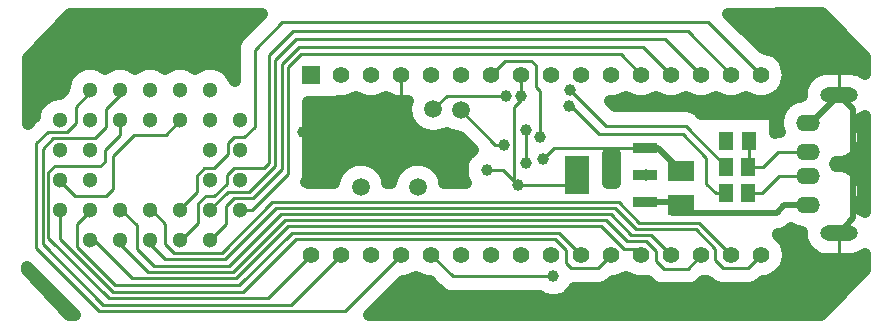
<source format=gbr>
G04 DipTrace 3.0.0.2*
G04 Bottom.gbr*
%MOIN*%
G04 #@! TF.FileFunction,Copper,L2,Bot*
G04 #@! TF.Part,Single*
G04 #@! TA.AperFunction,CopperBalancing*
%ADD13C,0.011024*%
G04 #@! TA.AperFunction,Conductor*
%ADD14C,0.019685*%
G04 #@! TA.AperFunction,CopperBalancing*
%ADD15C,0.03937*%
%ADD20R,0.088583X0.070866*%
G04 #@! TA.AperFunction,ComponentPad*
%ADD22O,0.07874X0.055118*%
%ADD23O,0.125984X0.051181*%
%ADD24C,0.059055*%
%ADD25R,0.051181X0.059055*%
G04 #@! TA.AperFunction,ComponentPad*
%ADD29C,0.051181*%
%ADD30R,0.059055X0.059055*%
%ADD31C,0.055118*%
%ADD33R,0.084646X0.037402*%
%ADD34R,0.084646X0.127953*%
G04 #@! TA.AperFunction,ComponentPad*
%ADD35C,0.059055*%
%FSLAX26Y26*%
G04*
G70*
G90*
G75*
G01*
G04 Bottom*
%LPD*%
X1944882Y895669D2*
D13*
X1998031D1*
X2047917Y845785D1*
X2061024Y1143701D2*
Y1129921D1*
X2037402Y1106299D1*
Y845785D1*
X2047917D1*
X2259843Y897638D2*
Y893701D1*
X2246063Y879921D1*
X2047917Y845785D2*
X2211927D1*
X2246063Y879921D1*
X2061024Y1143701D2*
Y1211811D1*
X2060236Y1212598D1*
X3015748Y1053150D2*
D14*
X3025591D1*
X3118110Y1145669D1*
X3120079D1*
X3167323Y1098425D1*
Y734252D1*
X3118110Y685039D1*
X2474409Y970472D2*
X2515748D1*
X2594488Y891732D1*
X2474409Y970472D2*
D13*
X2169291D1*
X2131825Y933007D1*
X524016Y862598D2*
Y857874D1*
X572835Y809055D1*
X675197D1*
X698819Y832677D1*
Y942913D1*
X769685Y1013780D1*
X875197D1*
X924016Y1062598D1*
X1332677Y1021654D2*
Y1015748D1*
X1442913Y905512D1*
X2594488Y891732D2*
D14*
D3*
X3015748Y875984D2*
D13*
X2919291D1*
X2862205Y818898D1*
X2816929D1*
X3015748Y954724D2*
X2915354D1*
X2866142Y905512D1*
X2816929D1*
X2818898Y992126D2*
Y905512D1*
X2816929D1*
X2224383Y1161444D2*
X2344488Y1041339D1*
X2608268D1*
X2740157Y909449D1*
X2738189D1*
X2742126Y905512D1*
X2220472Y1110236D2*
Y1116142D1*
X2320866Y1015748D1*
X2598425D1*
X2677165Y937008D1*
Y850394D1*
X2708661Y818898D1*
X2742126D1*
X3015748Y777559D2*
D14*
X2937008D1*
X2911417Y751969D1*
X2562992D1*
Y755906D1*
X2586614D1*
X2555118Y787402D1*
X2474409D1*
Y789370D1*
X2594488Y777559D2*
Y755906D1*
X2586614D1*
X2744094Y992126D2*
D13*
X2738189D1*
Y990157D1*
X2476378Y879921D2*
X2474409D1*
X2124016Y1005400D2*
Y1157480D1*
X2108268Y1173228D1*
Y1244094D1*
X2094488Y1257874D1*
X2005512D1*
X1960236Y1212598D1*
X1124016Y762598D2*
X1164173D1*
X1283465Y881890D1*
Y1238189D1*
X1326772Y1281496D1*
X2391339D1*
X2460236Y1212598D1*
X1024016Y662598D2*
X1076772Y715354D1*
Y775591D1*
X1104331Y803150D1*
X1165354D1*
X1261811Y899606D1*
Y1248031D1*
X1320866Y1307087D1*
X2465748D1*
X2560236Y1212598D1*
X924016Y762598D2*
Y766535D1*
X978346Y820866D1*
Y875984D1*
X1003937Y901575D1*
X1035433D1*
X1082677Y948819D1*
Y984252D1*
X1104331Y1005906D1*
X1137795D1*
X1171260Y1039370D1*
Y1297244D1*
X1263780Y1389764D1*
X2683071D1*
X2860236Y1212598D1*
X924016Y662598D2*
X926378D1*
X984252Y720472D1*
Y785433D1*
X1007874Y809055D1*
X1037402D1*
X1078740Y850394D1*
Y877953D1*
X1104331Y903543D1*
X1202756D1*
X1218504Y919291D1*
Y1277559D1*
X1299213Y1358268D1*
X2614567D1*
X2760236Y1212598D1*
X1024016Y762598D2*
Y764173D1*
X1082677Y822835D1*
X1153543D1*
X1238189Y907480D1*
Y1261811D1*
X1309055Y1332677D1*
X2540157D1*
X2660236Y1212598D1*
X724016Y1062598D2*
Y1013386D1*
X671260Y960630D1*
Y923228D1*
X657480Y909449D1*
X505906D1*
X484252Y887795D1*
Y669291D1*
X685039Y468504D1*
X1216142D1*
X1360236Y612598D1*
X824016Y662598D2*
Y648425D1*
X874016Y598425D1*
X1072835D1*
X1242126Y767717D1*
X2374016D1*
X2442913Y698819D1*
X2641732D1*
X2706693Y633858D1*
Y594488D1*
X2732283Y568898D1*
X2816535D1*
X2860236Y612598D1*
X824016Y762598D2*
X827953D1*
X874016Y716535D1*
Y647638D1*
X901575Y620079D1*
X1062992D1*
X1230315Y787402D1*
X2385827D1*
X2452756Y720472D1*
X2652362D1*
X2760236Y612598D1*
X724016Y662598D2*
Y648031D1*
X816929Y555118D1*
X1100394D1*
X1273622Y728346D1*
X2342520D1*
X2413386Y657480D1*
X2476378D1*
X2509843Y624016D1*
Y592520D1*
X2535433Y566929D1*
X2614567D1*
X2660236Y612598D1*
X724016Y762598D2*
X727559D1*
X779528Y710630D1*
Y631890D1*
X834646Y576772D1*
X1086614D1*
X1257874Y748031D1*
X2358268D1*
X2427165Y679134D1*
X2493701D1*
X2560236Y612598D1*
X624016Y662598D2*
X636614D1*
X763780Y535433D1*
X1108268D1*
X1281496Y708661D1*
X2326772D1*
X2401575Y633858D1*
X2438976D1*
X2460236Y612598D1*
X524016Y762598D2*
Y664961D1*
X698819Y490157D1*
X1133858D1*
X1309055Y665354D1*
X2173228D1*
X2208661Y629921D1*
Y586614D1*
X2226378Y568898D1*
X2316535D1*
X2360236Y612598D1*
X624016Y762598D2*
Y759843D1*
X580709Y716535D1*
Y637795D1*
X706693Y511811D1*
X1120079D1*
X1295276Y687008D1*
X2185827D1*
X2260236Y612598D1*
X2167323Y541339D2*
X1831496D1*
X1760236Y612598D1*
X624016Y1162598D2*
Y1155512D1*
X574803Y1106299D1*
Y1051181D1*
X547244Y1023622D1*
X482283D1*
X442913Y984252D1*
Y635827D1*
X653543Y425197D1*
X1472835D1*
X1660236Y612598D1*
X724016Y1162598D2*
Y1145276D1*
X677165Y1098425D1*
Y1039370D1*
X639764Y1001969D1*
X500000D1*
X464567Y966535D1*
Y647638D1*
X665354Y446850D1*
X1294488D1*
X1460236Y612598D1*
X2011004Y1143701D2*
X1812992D1*
X1767717Y1098425D1*
X2074803Y1027559D2*
Y917323D1*
X2003937Y980315D2*
X1974409D1*
X1858268Y1096457D1*
D15*
X1944882Y895669D3*
X2047917Y845785D3*
X2061024Y1143701D3*
X2259843Y897638D3*
X2061024Y1143701D3*
X2131825Y933007D3*
X1332677Y1021654D3*
X1442913Y905512D3*
X2594488Y891732D3*
X2224383Y1161444D3*
X2220472Y1110236D3*
X2738189Y990157D3*
X2476378Y879921D3*
X2124016Y1005400D3*
X2167323Y541339D3*
X2011004Y1143701D3*
X2074803Y1027559D3*
Y917323D3*
X2003937Y980315D3*
X525104Y1378084D2*
X1154635D1*
X2792215D2*
X3097456D1*
X486861Y1338845D2*
X1115932D1*
X2831431D2*
X3136211D1*
X448619Y1299606D2*
X1101219D1*
X2878542D2*
X3174966D1*
X419245Y1260367D2*
X1101219D1*
X2938315D2*
X3202751D1*
X419143Y1221129D2*
X556753D1*
X2951951D2*
X3035069D1*
X419040Y1181890D2*
X536043D1*
X2946825D2*
X2998518D1*
X418938Y1142651D2*
X488061D1*
X2917861D2*
X2990624D1*
X418835Y1103412D2*
X444128D1*
X1353516D2*
X1673777D1*
X2634991D2*
X2927519D1*
X1353516Y1064173D2*
X1680390D1*
X3187608D2*
X3202723D1*
X1353516Y1024934D2*
X1711558D1*
X1353516Y985696D2*
X1871550D1*
X1353516Y946457D2*
X1878727D1*
X2352941D2*
X2367521D1*
X3180943D2*
X3202751D1*
X1353516Y907218D2*
X1463188D1*
X1587993D2*
X1653169D1*
X1777974D2*
X1861451D1*
X2352941D2*
X2367521D1*
X3139318D2*
X3202751D1*
X1352029Y867979D2*
X1436429D1*
X1804734D2*
X1865552D1*
X2352941D2*
X2367521D1*
X2929549Y671785D2*
X2991598D1*
X2950054Y632546D2*
X3008361D1*
X2950208Y593307D2*
X3202751D1*
X2930164Y554068D2*
X3195523D1*
X1659915Y514829D2*
X1760565D1*
X2358529D2*
X2490757D1*
X2659239D2*
X2690273D1*
X2858550D2*
X3156306D1*
X1620699Y475591D2*
X1820492D1*
X2217402D2*
X3117039D1*
X1581431Y436352D2*
X3077823D1*
X2994627Y689925D2*
X2983350Y691807D1*
X2970189Y696083D1*
X2960148Y701084D1*
X2952840Y694955D1*
X2943411Y689177D1*
X2933195Y684945D1*
X2922442Y682364D1*
X2916579Y681699D1*
X2917510Y679658D1*
X2927296Y669873D1*
X2935430Y658677D1*
X2941712Y646347D1*
X2945989Y633186D1*
X2948153Y619518D1*
Y605679D1*
X2945989Y592011D1*
X2941712Y578850D1*
X2935430Y566520D1*
X2927296Y555324D1*
X2917510Y545539D1*
X2906315Y537405D1*
X2893985Y531122D1*
X2880824Y526846D1*
X2867155Y524681D1*
X2865777Y524627D1*
X2859491Y518603D1*
X2851094Y512502D1*
X2841847Y507791D1*
X2831976Y504583D1*
X2821725Y502960D1*
X2777165Y502756D1*
X2727094Y502960D1*
X2716843Y504583D1*
X2706972Y507791D1*
X2697724Y512502D1*
X2689328Y518603D1*
X2680766Y526877D1*
X2667155Y524681D1*
X2665777Y524627D1*
X2657523Y516634D1*
X2649126Y510534D1*
X2639878Y505822D1*
X2630007Y502615D1*
X2619756Y500991D1*
X2575197Y500787D1*
X2530244Y500991D1*
X2519993Y502615D1*
X2510122Y505822D1*
X2500874Y510534D1*
X2492477Y516634D1*
X2481740Y527083D1*
X2474032Y525495D1*
X2460236Y524409D1*
X2446440Y525495D1*
X2432984Y528726D1*
X2420199Y534021D1*
X2410267Y540005D1*
X2400273Y534021D1*
X2387488Y528726D1*
X2374032Y525495D1*
X2365777Y524627D1*
X2359491Y518603D1*
X2351094Y512503D1*
X2341847Y507791D1*
X2331976Y504583D1*
X2321725Y502960D1*
X2277165Y502756D1*
X2237751D1*
X2232299Y494131D1*
X2224114Y484547D1*
X2214531Y476362D1*
X2203785Y469777D1*
X2192142Y464955D1*
X2179887Y462012D1*
X2167323Y461024D1*
X2154759Y462012D1*
X2142504Y464955D1*
X2130861Y469777D1*
X2121856Y475199D1*
X1826307Y475401D1*
X1816056Y477024D1*
X1806185Y480231D1*
X1796937Y484943D1*
X1788540Y491044D1*
X1766167Y513128D1*
X1754749Y524547D1*
X1746440Y525495D1*
X1732984Y528726D1*
X1720199Y534021D1*
X1710267Y540005D1*
X1700273Y534021D1*
X1687488Y528726D1*
X1674032Y525495D1*
X1665777Y524627D1*
X1553348Y412172D1*
X3058742Y413379D1*
X3206740Y561350D1*
X3206693Y615639D1*
X3197252Y609596D1*
X3187779Y605085D1*
X3177829Y601757D1*
X3167548Y599663D1*
X3157088Y598833D1*
X3074417Y599049D1*
X3064019Y600450D1*
X3053867Y603103D1*
X3044114Y606970D1*
X3034902Y611993D1*
X3026369Y618098D1*
X3018640Y625194D1*
X3011831Y633176D1*
X3006041Y641927D1*
X3001357Y651315D1*
X2997848Y661203D1*
X2995567Y671445D1*
X2994546Y681887D1*
X2994625Y689870D1*
X3106464Y915309D2*
X3109456Y908591D1*
X3118110Y909055D1*
X3130982Y908042D1*
X3143537Y905028D1*
X3155466Y900087D1*
X3166475Y893340D1*
X3176293Y884955D1*
X3184679Y875137D1*
X3191425Y864128D1*
X3196366Y852199D1*
X3199381Y839644D1*
X3200394Y826772D1*
X3199381Y813900D1*
X3196366Y801345D1*
X3191425Y789416D1*
X3184679Y778407D1*
X3176379Y768681D1*
X3186797Y765384D1*
X3196324Y760989D1*
X3205247Y755469D1*
X3206714Y754400D1*
X3206693Y1076290D1*
X3197252Y1070226D1*
X3187779Y1065714D1*
X3177829Y1062387D1*
X3176387Y1062024D1*
X3184679Y1052302D1*
X3191425Y1041293D1*
X3196366Y1029364D1*
X3199381Y1016809D1*
X3200394Y1003937D1*
X3199381Y991065D1*
X3196366Y978510D1*
X3191425Y966581D1*
X3184679Y955572D1*
X3176293Y945754D1*
X3166475Y937368D1*
X3155466Y930622D1*
X3143537Y925681D1*
X3130982Y922667D1*
X3118110Y921654D1*
X3109524Y922159D1*
X3106464Y915400D1*
X2921878Y1020848D2*
X2918593Y1030931D1*
X2916558Y1041224D1*
X2915760Y1051686D1*
X2916210Y1062169D1*
X2917903Y1072524D1*
X2920813Y1082605D1*
X2924899Y1092269D1*
X2930105Y1101379D1*
X2936355Y1109807D1*
X2943563Y1117432D1*
X2951625Y1124148D1*
X2960427Y1129858D1*
X2969846Y1134483D1*
X2979746Y1137956D1*
X2989990Y1140229D1*
X2994614Y1140838D1*
X2994801Y1153006D1*
X2996328Y1163386D1*
X2999105Y1173505D1*
X3003090Y1183210D1*
X3008225Y1192360D1*
X3014433Y1200819D1*
X3021622Y1208461D1*
X3029687Y1215173D1*
X3038507Y1220856D1*
X3047952Y1225425D1*
X3057882Y1228813D1*
X3068150Y1230970D1*
X3078604Y1231864D1*
X3161277Y1231697D1*
X3171683Y1230360D1*
X3181850Y1227768D1*
X3191628Y1223961D1*
X3200870Y1218995D1*
X3206714Y1215030D1*
X3206693Y1271500D1*
X3062622Y1417340D1*
X2749308Y1417072D1*
X2865736Y1300637D1*
X2874032Y1299702D1*
X2887488Y1296471D1*
X2900273Y1291175D1*
X2912072Y1283945D1*
X2922595Y1274957D1*
X2931583Y1264435D1*
X2938813Y1252635D1*
X2944109Y1239850D1*
X2947339Y1226394D1*
X2948425Y1212598D1*
X2947339Y1198803D1*
X2944109Y1185347D1*
X2938813Y1172561D1*
X2931583Y1160762D1*
X2922595Y1150239D1*
X2912072Y1141252D1*
X2900273Y1134021D1*
X2887488Y1128726D1*
X2874032Y1125495D1*
X2860236Y1124409D1*
X2846440Y1125495D1*
X2832984Y1128726D1*
X2820199Y1134021D1*
X2810267Y1140005D1*
X2800273Y1134021D1*
X2787488Y1128726D1*
X2774032Y1125495D1*
X2760236Y1124409D1*
X2746440Y1125495D1*
X2732984Y1128726D1*
X2720199Y1134021D1*
X2710267Y1140005D1*
X2700273Y1134021D1*
X2687488Y1128726D1*
X2674032Y1125495D1*
X2660236Y1124409D1*
X2646440Y1125495D1*
X2632984Y1128726D1*
X2620199Y1134021D1*
X2610267Y1140005D1*
X2600273Y1134021D1*
X2587488Y1128726D1*
X2574032Y1125495D1*
X2560236Y1124409D1*
X2546440Y1125495D1*
X2532984Y1128726D1*
X2520199Y1134021D1*
X2510267Y1140005D1*
X2500273Y1134021D1*
X2487488Y1128726D1*
X2474032Y1125495D1*
X2460236Y1124409D1*
X2446440Y1125495D1*
X2432984Y1128726D1*
X2420199Y1134021D1*
X2410267Y1140005D1*
X2400273Y1134021D1*
X2387488Y1128726D1*
X2374032Y1125495D1*
X2360236Y1124409D1*
X2354695Y1124627D1*
X2371887Y1107478D1*
X2613457Y1107277D1*
X2623708Y1105653D1*
X2633579Y1102446D1*
X2642827Y1097734D1*
X2651223Y1091633D1*
X2660873Y1082272D1*
X2905118Y1082283D1*
Y1020101D1*
X2915354Y1020866D1*
X2921865D1*
X2915699Y1020853D1*
X438512Y1073171D2*
X440178Y1082726D1*
X444358Y1095594D1*
X450501Y1107648D1*
X458453Y1118594D1*
X468020Y1128161D1*
X478966Y1136113D1*
X491021Y1142256D1*
X503888Y1146437D1*
X517251Y1148553D1*
X524148Y1148814D1*
X537785Y1162819D1*
X538857Y1176086D1*
X542015Y1189242D1*
X547193Y1201742D1*
X554262Y1213278D1*
X563049Y1223566D1*
X573337Y1232352D1*
X584872Y1239421D1*
X597372Y1244599D1*
X610528Y1247757D1*
X624016Y1248819D1*
X637504Y1247757D1*
X650659Y1244599D1*
X663159Y1239421D1*
X673969Y1232837D1*
X684872Y1239421D1*
X697372Y1244599D1*
X710528Y1247757D1*
X724016Y1248819D1*
X737504Y1247757D1*
X750659Y1244599D1*
X763159Y1239421D1*
X773969Y1232837D1*
X784872Y1239421D1*
X797372Y1244599D1*
X810528Y1247757D1*
X824016Y1248819D1*
X837504Y1247757D1*
X850659Y1244599D1*
X863159Y1239421D1*
X873969Y1232837D1*
X884872Y1239421D1*
X897372Y1244599D1*
X910528Y1247757D1*
X924016Y1248819D1*
X937504Y1247757D1*
X950659Y1244599D1*
X963159Y1239421D1*
X973969Y1232837D1*
X984872Y1239421D1*
X997372Y1244599D1*
X1010528Y1247757D1*
X1024016Y1248819D1*
X1037504Y1247757D1*
X1050659Y1244599D1*
X1063159Y1239421D1*
X1074695Y1232352D1*
X1084983Y1223566D1*
X1093770Y1213278D1*
X1100839Y1201742D1*
X1105128Y1191649D1*
X1105322Y1302434D1*
X1106946Y1312685D1*
X1110153Y1322555D1*
X1114865Y1331803D1*
X1120965Y1340200D1*
X1143050Y1362573D1*
X1196371Y1415894D1*
X557503Y1415361D1*
X415338Y1269534D1*
X414735Y1049642D1*
X435767Y1070626D1*
X1450394Y1124982D2*
Y1122441D1*
X1349559D1*
X1349606Y881890D1*
X1348792Y871543D1*
X1346369Y861451D1*
X1344427Y856265D1*
X1348425Y853543D1*
X1436649D1*
X1439846Y866443D1*
X1445260Y879513D1*
X1452652Y891576D1*
X1461840Y902334D1*
X1472597Y911522D1*
X1484660Y918914D1*
X1497730Y924328D1*
X1511487Y927630D1*
X1525591Y928740D1*
X1539694Y927630D1*
X1553451Y924328D1*
X1566521Y918914D1*
X1578584Y911522D1*
X1589342Y902334D1*
X1598529Y891576D1*
X1605921Y879513D1*
X1611335Y866443D1*
X1614471Y853527D1*
X1626733Y853543D1*
X1629846Y866443D1*
X1635260Y879513D1*
X1642652Y891576D1*
X1651840Y902334D1*
X1662597Y911522D1*
X1674660Y918914D1*
X1687730Y924328D1*
X1701487Y927630D1*
X1715591Y928740D1*
X1729694Y927630D1*
X1743451Y924328D1*
X1756521Y918914D1*
X1768584Y911522D1*
X1779342Y902334D1*
X1788529Y891576D1*
X1795921Y879513D1*
X1801335Y866443D1*
X1804471Y853527D1*
X1876402Y853705D1*
X1870681Y864934D1*
X1866786Y876920D1*
X1864815Y889368D1*
Y901971D1*
X1866786Y914418D1*
X1870681Y926404D1*
X1876402Y937634D1*
X1883810Y947830D1*
X1892721Y956741D1*
X1899415Y961809D1*
X1854817Y1006369D1*
X1844164Y1007409D1*
X1830408Y1010712D1*
X1817337Y1016126D1*
X1811281Y1019517D1*
X1802218Y1015131D1*
X1788763Y1010759D1*
X1774790Y1008546D1*
X1760643D1*
X1746670Y1010759D1*
X1733215Y1015131D1*
X1720609Y1021553D1*
X1709164Y1029869D1*
X1699160Y1039873D1*
X1690845Y1051318D1*
X1684422Y1063923D1*
X1680050Y1077378D1*
X1677837Y1091352D1*
Y1105499D1*
X1680050Y1119472D1*
X1682307Y1127193D1*
X1670133Y1124967D1*
X1659656Y1124411D1*
X1649186Y1125104D1*
X1638873Y1127036D1*
X1628862Y1130179D1*
X1619295Y1134489D1*
X1610233Y1139957D1*
X1600273Y1134021D1*
X1587488Y1128726D1*
X1574032Y1125495D1*
X1560236Y1124409D1*
X1546440Y1125495D1*
X1532984Y1128726D1*
X1520199Y1134021D1*
X1510267Y1140005D1*
X1500273Y1134021D1*
X1487488Y1128726D1*
X1474032Y1125495D1*
X1460236Y1124409D1*
X1450389Y1125028D1*
X2371462Y891141D2*
X2371457Y949612D1*
X2349030Y949606D1*
X2349016Y853557D1*
X2371483Y853543D1*
X2371457Y944947D1*
X573752Y411450D2*
X413388Y571813D1*
X413407Y560901D1*
X553776Y411437D1*
X573814Y411440D1*
X3118110Y1231839D2*
D13*
Y1145669D1*
Y685039D2*
Y598870D1*
X1660236Y1212598D2*
Y1124461D1*
D20*
X2594488Y777559D3*
Y891732D3*
D22*
X3015748Y777559D3*
Y875984D3*
Y954724D3*
Y1053150D3*
D23*
X3118110Y1145669D3*
Y685039D3*
D24*
X1767717Y1098425D3*
X1858268Y1096457D3*
D25*
X2816929Y905512D3*
X2742126D3*
X2816929Y818898D3*
X2742126D3*
X2818898Y992126D3*
X2744094D3*
D29*
X1024016Y962598D3*
X1124016Y862598D3*
X1024016D3*
X1124016Y762598D3*
X1024016Y662598D3*
Y762598D3*
X924016Y662598D3*
Y762598D3*
X824016Y662598D3*
Y762598D3*
X724016Y662598D3*
Y762598D3*
X624016Y662598D3*
X524016Y762598D3*
X624016D3*
X524016Y862598D3*
X624016D3*
X524016Y962598D3*
X624016D3*
X524016Y1062598D3*
X624016D3*
X724016Y1162598D3*
Y1062598D3*
X824016Y1162598D3*
Y1062598D3*
X924016Y1162598D3*
Y1062598D3*
X1024016Y1162598D3*
X1124016Y1062598D3*
X1024016D3*
X1124016Y962598D3*
X624016Y1162598D3*
D30*
X1360236Y1212598D3*
D31*
X1460236D3*
X1560236D3*
X1660236D3*
X1760236D3*
X1860236D3*
X1960236D3*
X2060236D3*
X2160236D3*
X2260236D3*
X2360236D3*
X2460236D3*
X2560236D3*
X2660236D3*
X2760236D3*
X2860236D3*
Y612598D3*
X2760236D3*
X2660236D3*
X2560236D3*
X2460236D3*
X2360236D3*
X2260236D3*
X2160236D3*
X2060236D3*
X1960236D3*
X1860236D3*
X1760236D3*
X1660236D3*
X1560236D3*
X1460236D3*
X1360236D3*
D33*
X2474409Y970472D3*
Y879921D3*
Y789370D3*
D34*
X2246063Y879921D3*
D35*
X1525591Y838583D3*
X1715591D3*
M02*

</source>
